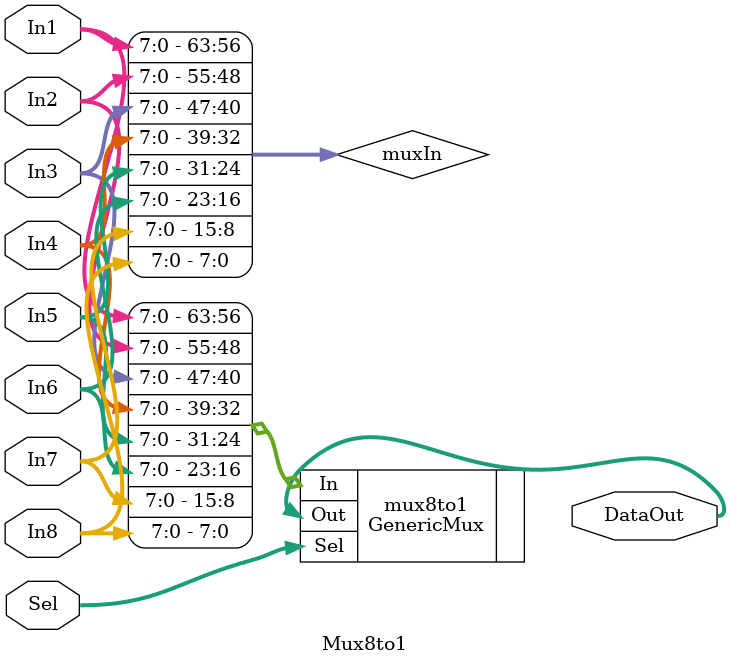
<source format=v>
`timescale 1ns / 1ps
module Mux8to1
#( parameter BITWIDTH=8 )
(
	DataOut,
	In1,
	In2,
	In3,
	In4,
	In5,
	In6,
	In7,
	In8,
	Sel
);

output [BITWIDTH-1:0] DataOut;
input [BITWIDTH-1:0] In1;
input [BITWIDTH-1:0] In2;
input [BITWIDTH-1:0] In3;
input [BITWIDTH-1:0] In4;
input [BITWIDTH-1:0] In5;
input [BITWIDTH-1:0] In6;
input [BITWIDTH-1:0] In7;
input [BITWIDTH-1:0] In8;
input [2:0] Sel;

wire [(BITWIDTH*8)-1:0] muxIn;

assign muxIn[(BITWIDTH*8)-1:(BITWIDTH*7)] = In1;
assign muxIn[(BITWIDTH*7)-1:(BITWIDTH*6)] = In2;
assign muxIn[(BITWIDTH*6)-1:(BITWIDTH*5)] = In3;
assign muxIn[(BITWIDTH*5)-1:(BITWIDTH*4)] = In4;
assign muxIn[(BITWIDTH*4)-1:(BITWIDTH*3)] = In5;
assign muxIn[(BITWIDTH*3)-1:(BITWIDTH*2)] = In6;
assign muxIn[(BITWIDTH*2)-1:(BITWIDTH)] = In7;
assign muxIn[BITWIDTH-1:0] = In8;


GenericMux #( .SEL_WIDTH(3), .DATA_WIDTH(BITWIDTH) ) mux8to1
(
	.Out(DataOut),
	.In(muxIn),
	.Sel(Sel)
);

endmodule

</source>
